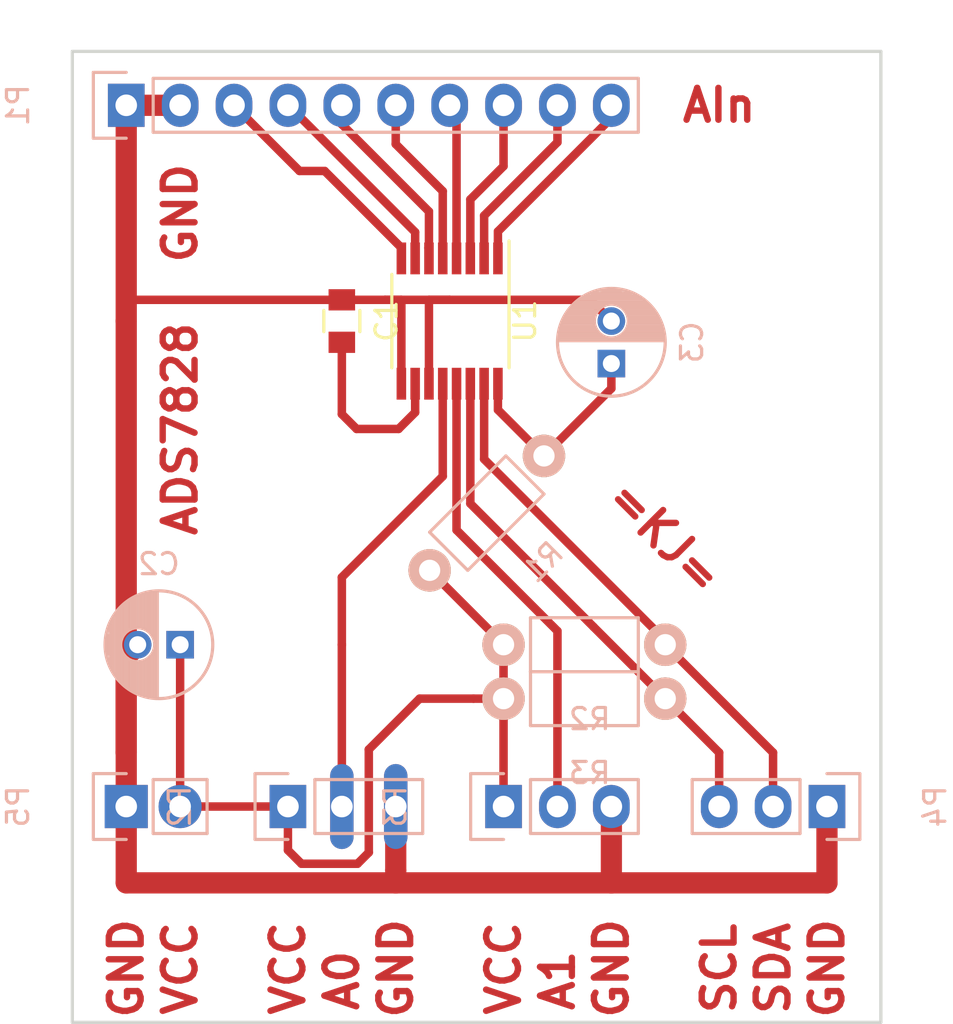
<source format=kicad_pcb>
(kicad_pcb (version 20221018) (generator pcbnew)
  (layers (0 "F.Cu" signal) (31 "B.Cu" signal) (34 "B.Paste" user) (35 "F.Paste" user) (36 "B.SilkS" user "B.Silkscreen") (37 "F.SilkS" user "F.Silkscreen") (38 "B.Mask" user) (39 "F.Mask" user) (44 "Edge.Cuts" user))
  (net 0 "")
  (net 1 "GND")
  (net 2 "Net-(C1-Pad2)")
  (net 3 "VCC")
  (net 4 "Net-(C3-Pad1)")
  (net 5 "Net-(P1-Pad3)")
  (net 6 "Net-(P1-Pad4)")
  (net 7 "Net-(P1-Pad5)")
  (net 8 "Net-(P1-Pad6)")
  (net 9 "Net-(P1-Pad7)")
  (net 10 "Net-(P1-Pad8)")
  (net 11 "/A0")
  (net 12 "/A1")
  (net 13 "/SDA")
  (net 14 "/SCL")
  (net 15 "Net-(P1-Pad9)")
  (net 16 "Net-(P1-Pad10)")
  (footprint "Capacitors_SMD:C_0805" (layer "F.Cu") (at 149.86 111.76 -90)
    (fp_text reference "C1" (at 0 -2.1 270) (layer "F.SilkS"))
    (fp_text value "0.1u")
    (fp_line (start -0.5 0.85) (end 0.5 0.85) (stroke (width 0.15)) (layer "F.SilkS"))
    (fp_line (start 0.5 -0.85) (end -0.5 -0.85) (stroke (width 0.15)) (layer "F.SilkS"))
    (pad "1" smd rect (at -1 0 270) (size 1 1.25) (layers "F.Cu" "F.Paste" "F.Mask") (net 1 "GND"))
    (pad "2" smd rect (at 1 0 270) (size 1 1.25) (layers "F.Cu" "F.Paste" "F.Mask") (net 2 "Net-(C1-Pad2)"))
  )
  (footprint "Housings_SSOP:TSSOP-16_4.4x5mm_Pitch0.65mm" (layer "F.Cu") (at 154.94 111.76 -90)
    (fp_text reference "U1" (at 0 -3.55 270) (layer "F.SilkS"))
    (fp_text value "ADS7828")
    (fp_line (start -3.775 -2.8) (end 2.2 -2.8) (stroke (width 0.15)) (layer "F.SilkS"))
    (fp_line (start -2.2 2.725) (end 2.2 2.725) (stroke (width 0.15)) (layer "F.SilkS"))
    (pad "1" smd rect (at -2.95 -2.275 270) (size 1.5 0.45) (layers "F.Cu" "F.Paste" "F.Mask") (net 16 "Net-(P1-Pad10)"))
    (pad "2" smd rect (at -2.95 -1.625 270) (size 1.5 0.45) (layers "F.Cu" "F.Paste" "F.Mask") (net 15 "Net-(P1-Pad9)"))
    (pad "3" smd rect (at -2.95 -0.975 270) (size 1.5 0.45) (layers "F.Cu" "F.Paste" "F.Mask") (net 10 "Net-(P1-Pad8)"))
    (pad "4" smd rect (at -2.95 -0.325 270) (size 1.5 0.45) (layers "F.Cu" "F.Paste" "F.Mask") (net 9 "Net-(P1-Pad7)"))
    (pad "5" smd rect (at -2.95 0.325 270) (size 1.5 0.45) (layers "F.Cu" "F.Paste" "F.Mask") (net 8 "Net-(P1-Pad6)"))
    (pad "6" smd rect (at -2.95 0.975 270) (size 1.5 0.45) (layers "F.Cu" "F.Paste" "F.Mask") (net 7 "Net-(P1-Pad5)"))
    (pad "7" smd rect (at -2.95 1.625 270) (size 1.5 0.45) (layers "F.Cu" "F.Paste" "F.Mask") (net 6 "Net-(P1-Pad4)"))
    (pad "8" smd rect (at -2.95 2.275 270) (size 1.5 0.45) (layers "F.Cu" "F.Paste" "F.Mask") (net 5 "Net-(P1-Pad3)"))
    (pad "9" smd rect (at 2.95 2.275 270) (size 1.5 0.45) (layers "F.Cu" "F.Paste" "F.Mask") (net 1 "GND"))
    (pad "10" smd rect (at 2.95 1.625 270) (size 1.5 0.45) (layers "F.Cu" "F.Paste" "F.Mask") (net 2 "Net-(C1-Pad2)"))
    (pad "11" smd rect (at 2.95 0.975 270) (size 1.5 0.45) (layers "F.Cu" "F.Paste" "F.Mask") (net 1 "GND"))
    (pad "12" smd rect (at 2.95 0.325 270) (size 1.5 0.45) (layers "F.Cu" "F.Paste" "F.Mask") (net 11 "/A0"))
    (pad "13" smd rect (at 2.95 -0.325 270) (size 1.5 0.45) (layers "F.Cu" "F.Paste" "F.Mask") (net 12 "/A1"))
    (pad "14" smd rect (at 2.95 -0.975 270) (size 1.5 0.45) (layers "F.Cu" "F.Paste" "F.Mask") (net 14 "/SCL"))
    (pad "15" smd rect (at 2.95 -1.625 270) (size 1.5 0.45) (layers "F.Cu" "F.Paste" "F.Mask") (net 13 "/SDA"))
    (pad "16" smd rect (at 2.95 -2.275 270) (size 1.5 0.45) (layers "F.Cu" "F.Paste" "F.Mask") (net 4 "Net-(C3-Pad1)"))
  )
  (footprint "Pin_Headers:Pin_Header_Straight_1x03" (layer "B.Cu") (at 147.32 134.62 -90)
    (fp_text reference "P2" (at 0 5.1 270) (layer "B.SilkS") (effects (justify mirror)))
    (fp_text value "Address 0")
    (fp_line (start -1.55 0) (end -1.55 1.55) (stroke (width 0.15)) (layer "B.SilkS"))
    (fp_line (start -1.55 1.55) (end 1.55 1.55) (stroke (width 0.15)) (layer "B.SilkS"))
    (fp_line (start -1.27 -6.35) (end 1.27 -6.35) (stroke (width 0.15)) (layer "B.SilkS"))
    (fp_line (start -1.27 -1.27) (end -1.27 -6.35) (stroke (width 0.15)) (layer "B.SilkS"))
    (fp_line (start 1.27 -6.35) (end 1.27 -1.27) (stroke (width 0.15)) (layer "B.SilkS"))
    (fp_line (start 1.27 -1.27) (end -1.27 -1.27) (stroke (width 0.15)) (layer "B.SilkS"))
    (fp_line (start 1.55 1.55) (end 1.55 0) (stroke (width 0.15)) (layer "B.SilkS"))
    (pad "1" thru_hole rect (at 0 0 270) (size 2.032 1.7272) (drill 1.016) (layers "*.Cu" "*.Mask") (net 3 "VCC"))
    (pad "2" thru_hole oval (at 0 -2.54 270) (size 4 1.1) (drill 1.016) (layers "*.Cu" "*.Mask") (net 11 "/A0"))
    (pad "3" thru_hole oval (at 0 -5.08 270) (size 4 1.1) (drill 1.016) (layers "*.Cu" "*.Mask") (net 1 "GND"))
  )
  (footprint "Pin_Headers:Pin_Header_Straight_1x03" (layer "B.Cu") (at 157.48 134.62 -90)
    (fp_text reference "P3" (at 0 5.1 270) (layer "B.SilkS") (effects (justify mirror)))
    (fp_text value "Address 1")
    (fp_line (start -1.55 0) (end -1.55 1.55) (stroke (width 0.15)) (layer "B.SilkS"))
    (fp_line (start -1.55 1.55) (end 1.55 1.55) (stroke (width 0.15)) (layer "B.SilkS"))
    (fp_line (start -1.27 -6.35) (end 1.27 -6.35) (stroke (width 0.15)) (layer "B.SilkS"))
    (fp_line (start -1.27 -1.27) (end -1.27 -6.35) (stroke (width 0.15)) (layer "B.SilkS"))
    (fp_line (start 1.27 -6.35) (end 1.27 -1.27) (stroke (width 0.15)) (layer "B.SilkS"))
    (fp_line (start 1.27 -1.27) (end -1.27 -1.27) (stroke (width 0.15)) (layer "B.SilkS"))
    (fp_line (start 1.55 1.55) (end 1.55 0) (stroke (width 0.15)) (layer "B.SilkS"))
    (pad "1" thru_hole rect (at 0 0 270) (size 2.032 1.7272) (drill 1.016) (layers "*.Cu" "*.Mask") (net 3 "VCC"))
    (pad "2" thru_hole oval (at 0 -2.54 270) (size 2.032 1.7272) (drill 1.016) (layers "*.Cu" "*.Mask") (net 12 "/A1"))
    (pad "3" thru_hole oval (at 0 -5.08 270) (size 2.032 1.7272) (drill 1.016) (layers "*.Cu" "*.Mask") (net 1 "GND"))
  )
  (footprint "Pin_Headers:Pin_Header_Straight_1x03" (layer "B.Cu") (at 172.72 134.62 90)
    (fp_text reference "P4" (at 0 5.1 90) (layer "B.SilkS") (effects (justify mirror)))
    (fp_text value "I2C Connector")
    (fp_line (start -1.55 0) (end -1.55 1.55) (stroke (width 0.15)) (layer "B.SilkS"))
    (fp_line (start -1.55 1.55) (end 1.55 1.55) (stroke (width 0.15)) (layer "B.SilkS"))
    (fp_line (start -1.27 -6.35) (end 1.27 -6.35) (stroke (width 0.15)) (layer "B.SilkS"))
    (fp_line (start -1.27 -1.27) (end -1.27 -6.35) (stroke (width 0.15)) (layer "B.SilkS"))
    (fp_line (start 1.27 -6.35) (end 1.27 -1.27) (stroke (width 0.15)) (layer "B.SilkS"))
    (fp_line (start 1.27 -1.27) (end -1.27 -1.27) (stroke (width 0.15)) (layer "B.SilkS"))
    (fp_line (start 1.55 1.55) (end 1.55 0) (stroke (width 0.15)) (layer "B.SilkS"))
    (pad "1" thru_hole rect (at 0 0 90) (size 2.032 1.7272) (drill 1.016) (layers "*.Cu" "*.Mask") (net 1 "GND"))
    (pad "2" thru_hole oval (at 0 -2.54 90) (size 2.032 1.7272) (drill 1.016) (layers "*.Cu" "*.Mask") (net 13 "/SDA"))
    (pad "3" thru_hole oval (at 0 -5.08 90) (size 2.032 1.7272) (drill 1.016) (layers "*.Cu" "*.Mask") (net 14 "/SCL"))
  )
  (footprint "Pin_Headers:Pin_Header_Straight_1x02" (layer "B.Cu") (at 139.7 134.62 -90)
    (fp_text reference "P5" (at 0 5.1 270) (layer "B.SilkS") (effects (justify mirror)))
    (fp_text value "Power Connector")
    (fp_line (start -1.55 0) (end -1.55 1.55) (stroke (width 0.15)) (layer "B.SilkS"))
    (fp_line (start -1.55 1.55) (end 1.55 1.55) (stroke (width 0.15)) (layer "B.SilkS"))
    (fp_line (start -1.27 -3.81) (end 1.27 -3.81) (stroke (width 0.15)) (layer "B.SilkS"))
    (fp_line (start -1.27 -1.27) (end -1.27 -3.81) (stroke (width 0.15)) (layer "B.SilkS"))
    (fp_line (start 1.27 -1.27) (end -1.27 -1.27) (stroke (width 0.15)) (layer "B.SilkS"))
    (fp_line (start 1.27 -1.27) (end 1.27 -3.81) (stroke (width 0.15)) (layer "B.SilkS"))
    (fp_line (start 1.55 1.55) (end 1.55 0) (stroke (width 0.15)) (layer "B.SilkS"))
    (pad "1" thru_hole rect (at 0 0 270) (size 2.032 2.032) (drill 1.016) (layers "*.Cu" "*.Mask") (net 1 "GND"))
    (pad "2" thru_hole oval (at 0 -2.54 270) (size 2.032 2.032) (drill 1.016) (layers "*.Cu" "*.Mask") (net 3 "VCC"))
  )
  (footprint "Resistors_ThroughHole:Resistor_Horizontal_RM7mm" (layer "B.Cu") (at 153.996846 123.498154 45)
    (fp_text reference "R1" (at 4.05892 3.50012 45) (layer "B.SilkS") (effects (justify mirror)))
    (fp_text value "5")
    (fp_line (start 1.27 -1.27) (end 1.27 1.27) (stroke (width 0.15)) (layer "B.SilkS"))
    (fp_line (start 1.27 1.27) (end 6.35 1.27) (stroke (width 0.15)) (layer "B.SilkS"))
    (fp_line (start 6.35 -1.27) (end 1.27 -1.27) (stroke (width 0.15)) (layer "B.SilkS"))
    (fp_line (start 6.35 1.27) (end 6.35 -1.27) (stroke (width 0.15)) (layer "B.SilkS"))
    (pad "1" thru_hole circle (at 0 0 45) (size 1.99898 1.99898) (drill 1.00076) (layers "*.Cu" "*.SilkS" "*.Mask") (net 3 "VCC"))
    (pad "2" thru_hole circle (at 7.62 0 45) (size 1.99898 1.99898) (drill 1.00076) (layers "*.Cu" "*.SilkS" "*.Mask") (net 4 "Net-(C3-Pad1)"))
  )
  (footprint "Resistors_ThroughHole:Resistor_Horizontal_RM7mm" (layer "B.Cu") (at 157.48 127)
    (fp_text reference "R2" (at 4.05892 3.50012) (layer "B.SilkS") (effects (justify mirror)))
    (fp_text value "2K")
    (fp_line (start 1.27 -1.27) (end 1.27 1.27) (stroke (width 0.15)) (layer "B.SilkS"))
    (fp_line (start 1.27 1.27) (end 6.35 1.27) (stroke (width 0.15)) (layer "B.SilkS"))
    (fp_line (start 6.35 -1.27) (end 1.27 -1.27) (stroke (width 0.15)) (layer "B.SilkS"))
    (fp_line (start 6.35 1.27) (end 6.35 -1.27) (stroke (width 0.15)) (layer "B.SilkS"))
    (pad "1" thru_hole circle (at 0 0) (size 1.99898 1.99898) (drill 1.00076) (layers "*.Cu" "*.SilkS" "*.Mask") (net 3 "VCC"))
    (pad "2" thru_hole circle (at 7.62 0) (size 1.99898 1.99898) (drill 1.00076) (layers "*.Cu" "*.SilkS" "*.Mask") (net 13 "/SDA"))
  )
  (footprint "Resistors_ThroughHole:Resistor_Horizontal_RM7mm" (layer "B.Cu") (at 157.48 129.54)
    (fp_text reference "R3" (at 4.05892 3.50012) (layer "B.SilkS") (effects (justify mirror)))
    (fp_text value "2K")
    (fp_line (start 1.27 -1.27) (end 1.27 1.27) (stroke (width 0.15)) (layer "B.SilkS"))
    (fp_line (start 1.27 1.27) (end 6.35 1.27) (stroke (width 0.15)) (layer "B.SilkS"))
    (fp_line (start 6.35 -1.27) (end 1.27 -1.27) (stroke (width 0.15)) (layer "B.SilkS"))
    (fp_line (start 6.35 1.27) (end 6.35 -1.27) (stroke (width 0.15)) (layer "B.SilkS"))
    (pad "1" thru_hole circle (at 0 0) (size 1.99898 1.99898) (drill 1.00076) (layers "*.Cu" "*.SilkS" "*.Mask") (net 3 "VCC"))
    (pad "2" thru_hole circle (at 7.62 0) (size 1.99898 1.99898) (drill 1.00076) (layers "*.Cu" "*.SilkS" "*.Mask") (net 14 "/SCL"))
  )
  (footprint "Capacitors_ThroughHole:C_Radial_D5_L11_P2" (layer "B.Cu") (at 142.24 127 180)
    (fp_text reference "C2" (at 1 3.8 180) (layer "B.SilkS") (effects (justify mirror)))
    (fp_text value "10u")
    (fp_line (start 1.075 2.499) (end 1.075 -2.499) (stroke (width 0.15)) (layer "B.SilkS"))
    (fp_line (start 1.215 -0.154) (end 1.215 -2.491) (stroke (width 0.15)) (layer "B.SilkS"))
    (fp_line (start 1.215 2.491) (end 1.215 0.154) (stroke (width 0.15)) (layer "B.SilkS"))
    (fp_line (start 1.355 -0.473) (end 1.355 -2.475) (stroke (width 0.15)) (layer "B.SilkS"))
    (fp_line (start 1.355 2.475) (end 1.355 0.473) (stroke (width 0.15)) (layer "B.SilkS"))
    (fp_line (start 1.495 -0.62) (end 1.495 -2.451) (stroke (width 0.15)) (layer "B.SilkS"))
    (fp_line (start 1.495 2.451) (end 1.495 0.62) (stroke (width 0.15)) (layer "B.SilkS"))
    (fp_line (start 1.635 -0.712) (end 1.635 -2.418) (stroke (width 0.15)) (layer "B.SilkS"))
    (fp_line (start 1.635 2.418) (end 1.635 0.712) (stroke (width 0.15)) (layer "B.SilkS"))
    (fp_line (start 1.775 -0.768) (end 1.775 -2.377) (stroke (width 0.15)) (layer "B.SilkS"))
    (fp_line (start 1.775 2.377) (end 1.775 0.768) (stroke (width 0.15)) (layer "B.SilkS"))
    (fp_line (start 1.915 -0.795) (end 1.915 -2.327) (stroke (width 0.15)) (layer "B.SilkS"))
    (fp_line (start 1.915 2.327) (end 1.915 0.795) (stroke (width 0.15)) (layer "B.SilkS"))
    (fp_line (start 2.055 -0.798) (end 2.055 -2.266) (stroke (width 0.15)) (layer "B.SilkS"))
    (fp_line (start 2.055 2.266) (end 2.055 0.798) (stroke (width 0.15)) (layer "B.SilkS"))
    (fp_line (start 2.195 -0.776) (end 2.195 -2.196) (stroke (width 0.15)) (layer "B.SilkS"))
    (fp_line (start 2.195 2.196) (end 2.195 0.776) (stroke (width 0.15)) (layer "B.SilkS"))
    (fp_line (start 2.335 -0.726) (end 2.335 -2.114) (stroke (width 0.15)) (layer "B.SilkS"))
    (fp_line (start 2.335 2.114) (end 2.335 0.726) (stroke (width 0.15)) (layer "B.SilkS"))
    (fp_line (start 2.475 -0.644) (end 2.475 -2.019) (stroke (width 0.15)) (layer "B.SilkS"))
    (fp_line (start 2.475 2.019) (end 2.475 0.644) (stroke (width 0.15)) (layer "B.SilkS"))
    (fp_line (start 2.615 -0.512) (end 2.615 -1.908) (stroke (width 0.15)) (layer "B.SilkS"))
    (fp_line (start 2.615 1.908) (end 2.615 0.512) (stroke (width 0.15)) (layer "B.SilkS"))
    (fp_line (start 2.755 -0.265) (end 2.755 -1.78) (stroke (width 0.15)) (layer "B.SilkS"))
    (fp_line (start 2.755 1.78) (end 2.755 0.265) (stroke (width 0.15)) (layer "B.SilkS"))
    (fp_line (start 2.895 1.631) (end 2.895 -1.631) (stroke (width 0.15)) (layer "B.SilkS"))
    (fp_line (start 3.035 1.452) (end 3.035 -1.452) (stroke (width 0.15)) (layer "B.SilkS"))
    (fp_line (start 3.175 1.233) (end 3.175 -1.233) (stroke (width 0.15)) (layer "B.SilkS"))
    (fp_line (start 3.315 0.944) (end 3.315 -0.944) (stroke (width 0.15)) (layer "B.SilkS"))
    (fp_line (start 3.455 0.472) (end 3.455 -0.472) (stroke (width 0.15)) (layer "B.SilkS"))
    (fp_circle (center 1 0) (end 1 2.5375) (stroke (width 0.15)) (fill none) (layer "B.SilkS"))
    (fp_circle (center 2 0) (end 2 0.8) (stroke (width 0.15)) (fill none) (layer "B.SilkS"))
    (pad "1" thru_hole rect (at 0 0 180) (size 1.3 1.3) (drill 0.8) (layers "*.Cu" "*.Mask") (net 3 "VCC"))
    (pad "2" thru_hole circle (at 2 0 180) (size 1.3 1.3) (drill 0.8) (layers "*.Cu" "*.Mask") (net 1 "GND"))
  )
  (footprint "Capacitors_ThroughHole:C_Radial_D5_L11_P2" (layer "B.Cu") (at 162.56 113.76 90)
    (fp_text reference "C3" (at 1 3.8 90) (layer "B.SilkS") (effects (justify mirror)))
    (fp_text value "10u")
    (fp_line (start 1.075 2.499) (end 1.075 -2.499) (stroke (width 0.15)) (layer "B.SilkS"))
    (fp_line (start 1.215 -0.154) (end 1.215 -2.491) (stroke (width 0.15)) (layer "B.SilkS"))
    (fp_line (start 1.215 2.491) (end 1.215 0.154) (stroke (width 0.15)) (layer "B.SilkS"))
    (fp_line (start 1.355 -0.473) (end 1.355 -2.475) (stroke (width 0.15)) (layer "B.SilkS"))
    (fp_line (start 1.355 2.475) (end 1.355 0.473) (stroke (width 0.15)) (layer "B.SilkS"))
    (fp_line (start 1.495 -0.62) (end 1.495 -2.451) (stroke (width 0.15)) (layer "B.SilkS"))
    (fp_line (start 1.495 2.451) (end 1.495 0.62) (stroke (width 0.15)) (layer "B.SilkS"))
    (fp_line (start 1.635 -0.712) (end 1.635 -2.418) (stroke (width 0.15)) (layer "B.SilkS"))
    (fp_line (start 1.635 2.418) (end 1.635 0.712) (stroke (width 0.15)) (layer "B.SilkS"))
    (fp_line (start 1.775 -0.768) (end 1.775 -2.377) (stroke (width 0.15)) (layer "B.SilkS"))
    (fp_line (start 1.775 2.377) (end 1.775 0.768) (stroke (width 0.15)) (layer "B.SilkS"))
    (fp_line (start 1.915 -0.795) (end 1.915 -2.327) (stroke (width 0.15)) (layer "B.SilkS"))
    (fp_line (start 1.915 2.327) (end 1.915 0.795) (stroke (width 0.15)) (layer "B.SilkS"))
    (fp_line (start 2.055 -0.798) (end 2.055 -2.266) (stroke (width 0.15)) (layer "B.SilkS"))
    (fp_line (start 2.055 2.266) (end 2.055 0.798) (stroke (width 0.15)) (layer "B.SilkS"))
    (fp_line (start 2.195 -0.776) (end 2.195 -2.196) (stroke (width 0.15)) (layer "B.SilkS"))
    (fp_line (start 2.195 2.196) (end 2.195 0.776) (stroke (width 0.15)) (layer "B.SilkS"))
    (fp_line (start 2.335 -0.726) (end 2.335 -2.114) (stroke (width 0.15)) (layer "B.SilkS"))
    (fp_line (start 2.335 2.114) (end 2.335 0.726) (stroke (width 0.15)) (layer "B.SilkS"))
    (fp_line (start 2.475 -0.644) (end 2.475 -2.019) (stroke (width 0.15)) (layer "B.SilkS"))
    (fp_line (start 2.475 2.019) (end 2.475 0.644) (stroke (width 0.15)) (layer "B.SilkS"))
    (fp_line (start 2.615 -0.512) (end 2.615 -1.908) (stroke (width 0.15)) (layer "B.SilkS"))
    (fp_line (start 2.615 1.908) (end 2.615 0.512) (stroke (width 0.15)) (layer "B.SilkS"))
    (fp_line (start 2.755 -0.265) (end 2.755 -1.78) (stroke (width 0.15)) (layer "B.SilkS"))
    (fp_line (start 2.755 1.78) (end 2.755 0.265) (stroke (width 0.15)) (layer "B.SilkS"))
    (fp_line (start 2.895 1.631) (end 2.895 -1.631) (stroke (width 0.15)) (layer "B.SilkS"))
    (fp_line (start 3.035 1.452) (end 3.035 -1.452) (stroke (width 0.15)) (layer "B.SilkS"))
    (fp_line (start 3.175 1.233) (end 3.175 -1.233) (stroke (width 0.15)) (layer "B.SilkS"))
    (fp_line (start 3.315 0.944) (end 3.315 -0.944) (stroke (width 0.15)) (layer "B.SilkS"))
    (fp_line (start 3.455 0.472) (end 3.455 -0.472) (stroke (width 0.15)) (layer "B.SilkS"))
    (fp_circle (center 1 0) (end 1 2.5375) (stroke (width 0.15)) (fill none) (layer "B.SilkS"))
    (fp_circle (center 2 0) (end 2 0.8) (stroke (width 0.15)) (fill none) (layer "B.SilkS"))
    (pad "1" thru_hole rect (at 0 0 90) (size 1.3 1.3) (drill 0.8) (layers "*.Cu" "*.Mask") (net 4 "Net-(C3-Pad1)"))
    (pad "2" thru_hole circle (at 2 0 90) (size 1.3 1.3) (drill 0.8) (layers "*.Cu" "*.Mask") (net 1 "GND"))
  )
  (footprint "Pin_Headers:Pin_Header_Straight_1x10" (layer "B.Cu") (at 139.7 101.6 -90)
    (fp_text reference "P1" (at 0 5.1 270) (layer "B.SilkS") (effects (justify mirror)))
    (fp_text value "CONN_01X10")
    (fp_line (start -1.55 0) (end -1.55 1.55) (stroke (width 0.15)) (layer "B.SilkS"))
    (fp_line (start -1.55 1.55) (end 1.55 1.55) (stroke (width 0.15)) (layer "B.SilkS"))
    (fp_line (start -1.27 -24.13) (end -1.27 -1.27) (stroke (width 0.15)) (layer "B.SilkS"))
    (fp_line (start 1.27 -24.13) (end -1.27 -24.13) (stroke (width 0.15)) (layer "B.SilkS"))
    (fp_line (start 1.27 -1.27) (end -1.27 -1.27) (stroke (width 0.15)) (layer "B.SilkS"))
    (fp_line (start 1.27 -1.27) (end 1.27 -24.13) (stroke (width 0.15)) (layer "B.SilkS"))
    (fp_line (start 1.55 1.55) (end 1.55 0) (stroke (width 0.15)) (layer "B.SilkS"))
    (pad "1" thru_hole rect (at 0 0 270) (size 2.032 1.7272) (drill 1.016) (layers "*.Cu" "*.Mask") (net 1 "GND"))
    (pad "2" thru_hole oval (at 0 -2.54 270) (size 2.032 1.7272) (drill 1.016) (layers "*.Cu" "*.Mask") (net 1 "GND"))
    (pad "3" thru_hole oval (at 0 -5.08 270) (size 2.032 1.7272) (drill 1.016) (layers "*.Cu" "*.Mask") (net 5 "Net-(P1-Pad3)"))
    (pad "4" thru_hole oval (at 0 -7.62 270) (size 2.032 1.7272) (drill 1.016) (layers "*.Cu" "*.Mask") (net 6 "Net-(P1-Pad4)"))
    (pad "5" thru_hole oval (at 0 -10.16 270) (size 2.032 1.7272) (drill 1.016) (layers "*.Cu" "*.Mask") (net 7 "Net-(P1-Pad5)"))
    (pad "6" thru_hole oval (at 0 -12.7 270) (size 2.032 1.7272) (drill 1.016) (layers "*.Cu" "*.Mask") (net 8 "Net-(P1-Pad6)"))
    (pad "7" thru_hole oval (at 0 -15.24 270) (size 2.032 1.7272) (drill 1.016) (layers "*.Cu" "*.Mask") (net 9 "Net-(P1-Pad7)"))
    (pad "8" thru_hole oval (at 0 -17.78 270) (size 2.032 1.7272) (drill 1.016) (layers "*.Cu" "*.Mask") (net 10 "Net-(P1-Pad8)"))
    (pad "9" thru_hole oval (at 0 -20.32 270) (size 2.032 1.7272) (drill 1.016) (layers "*.Cu" "*.Mask") (net 15 "Net-(P1-Pad9)"))
    (pad "10" thru_hole oval (at 0 -22.86 270) (size 2.032 1.7272) (drill 1.016) (layers "*.Cu" "*.Mask") (net 16 "Net-(P1-Pad10)"))
  )
  (gr_line (start 175.26 144.78) (end 175.26 99.06) (stroke (width 0.15)) (layer "Edge.Cuts"))
  (gr_line (start 175.26 99.06) (end 137.16 99.06) (stroke (width 0.15)) (layer "Edge.Cuts"))
  (gr_line (start 137.16 144.78) (end 175.26 144.78) (stroke (width 0.15)) (layer "Edge.Cuts"))
  (gr_line (start 137.16 99.06) (end 137.16 144.78) (stroke (width 0.15)) (layer "Edge.Cuts"))
  (gr_text "VCC" (at 142.24 142.24 90) (layer "F.Cu") (effects (font (size 1.5 1.5) (thickness 0.3))))
  (gr_text "VCC" (at 147.32 142.24 90) (layer "F.Cu") (effects (font (size 1.5 1.5) (thickness 0.3))))
  (gr_text "GND" (at 152.4 142.24 90) (layer "F.Cu") (effects (font (size 1.5 1.5) (thickness 0.3))))
  (gr_text "GND" (at 162.56 142.24 90) (layer "F.Cu") (effects (font (size 1.5 1.5) (thickness 0.3))))
  (gr_text "GND" (at 172.72 142.24 90) (layer "F.Cu") (effects (font (size 1.5 1.5) (thickness 0.3))))
  (gr_text "VCC" (at 157.48 142.24 90) (layer "F.Cu") (effects (font (size 1.5 1.5) (thickness 0.3))))
  (gr_text "A1 " (at 160.02 142.24 90) (layer "F.Cu") (effects (font (size 1.5 1.5) (thickness 0.3))))
  (gr_text "A0 " (at 149.86 142.24 90) (layer "F.Cu") (effects (font (size 1.5 1.5) (thickness 0.3))))
  (gr_text "SDA" (at 170.18 142.24 90) (layer "F.Cu") (effects (font (size 1.5 1.5) (thickness 0.3))))
  (gr_text "SCL" (at 167.64 142.24 90) (layer "F.Cu") (effects (font (size 1.5 1.5) (thickness 0.3))))
  (gr_text "=KJ=" (at 165.1 121.92 315) (layer "F.Cu") (effects (font (size 1.5 1.5) (thickness 0.3))))
  (gr_text "GND" (at 142.24 106.68 90) (layer "F.Cu") (effects (font (size 1.5 1.5) (thickness 0.3))))
  (gr_text "AIn" (at 167.64 101.6) (layer "F.Cu") (effects (font (size 1.5 1.5) (thickness 0.3))))
  (gr_text "GND" (at 139.7 142.24 90) (layer "F.Cu") (effects (font (size 1.5 1.5) (thickness 0.3))))
  (gr_text "ADS7828" (at 142.24 116.84 90) (layer "F.Cu") (effects (font (size 1.5 1.5) (thickness 0.3))))
  (segment (start 139.7 111.76) (end 139.7 132.08) (width 1) (layer "F.Cu") (net 1))
  (segment (start 139.7 101.6) (end 139.7 111.76) (width 1) (layer "F.Cu") (net 1))
  (segment (start 152.665 114.71) (end 152.665 110.76) (width 0.4) (layer "F.Cu") (net 1))
  (segment (start 152.4 138.2138) (end 139.7 138.2138) (width 1) (layer "F.Cu") (net 1))
  (segment (start 154.94 110.76) (end 151.892 110.76) (width 0.4) (layer "F.Cu") (net 1))
  (segment (start 162.56 138.2138) (end 152.4 138.2138) (width 1) (layer "F.Cu") (net 1))
  (segment (start 142.24 101.6) (end 139.7 101.6) (width 1) (layer "F.Cu") (net 1))
  (segment (start 139.7 134.62) (end 139.7 132.08) (width 1) (layer "F.Cu") (net 1))
  (segment (start 162.56 134.62) (end 162.56 138.2138) (width 1) (layer "F.Cu") (net 1))
  (segment (start 139.7 138.2138) (end 139.7 134.62) (width 1) (layer "F.Cu") (net 1))
  (segment (start 139.7 127.54) (end 140.24 127) (width 1) (layer "F.Cu") (net 1))
  (segment (start 139.7 110.76) (end 139.7 111.76) (width 0.4) (layer "F.Cu") (net 1))
  (segment (start 139.7 132.08) (end 139.7 127.54) (width 1) (layer "F.Cu") (net 1))
  (segment (start 149.86 110.76) (end 149.735 110.76) (width 0.4) (layer "F.Cu") (net 1))
  (segment (start 152.665 110.76) (end 151.892 110.76) (width 0.4) (layer "F.Cu") (net 1))
  (segment (start 153.965 110.76) (end 154.94 110.76) (width 0.4) (layer "F.Cu") (net 1))
  (segment (start 149.86 110.76) (end 139.7 110.76) (width 0.4) (layer "F.Cu") (net 1))
  (segment (start 172.72 138.2138) (end 162.56 138.2138) (width 1) (layer "F.Cu") (net 1))
  (segment (start 153.965 114.71) (end 153.965 110.76) (width 0.4) (layer "F.Cu") (net 1))
  (segment (start 152.4 134.62) (end 152.4 137.62) (width 1) (layer "F.Cu") (net 1))
  (segment (start 154.94 110.76) (end 161.56 110.76) (width 0.4) (layer "F.Cu") (net 1))
  (segment (start 161.56 110.76) (end 162.56 111.76) (width 0.4) (layer "F.Cu") (net 1))
  (segment (start 152.4 137.62) (end 152.4 138.2138) (width 1) (layer "F.Cu") (net 1))
  (segment (start 172.72 134.62) (end 172.72 138.2138) (width 1) (layer "F.Cu") (net 1))
  (segment (start 151.892 110.76) (end 149.86 110.76) (width 0.4) (layer "F.Cu") (net 1))
  (segment (start 149.86 116.144757) (end 149.86 112.76) (width 0.4) (layer "F.Cu") (net 2))
  (segment (start 153.315 116.058982) (end 152.533982 116.84) (width 0.4) (layer "F.Cu") (net 2))
  (segment (start 153.315 114.71) (end 153.315 116.058982) (width 0.4) (layer "F.Cu") (net 2))
  (segment (start 150.555243 116.84) (end 149.86 116.144757) (width 0.4) (layer "F.Cu") (net 2))
  (segment (start 152.533982 116.84) (end 150.555243 116.84) (width 0.4) (layer "F.Cu") (net 2))
  (segment (start 153.52282 129.54) (end 156.066508 129.54) (width 0.4) (layer "F.Cu") (net 3))
  (segment (start 142.24 134.62) (end 147.32 134.62) (width 0.4) (layer "F.Cu") (net 3))
  (segment (start 147.32 134.62) (end 147.32 136.676593) (width 0.4) (layer "F.Cu") (net 3))
  (segment (start 157.48 126.981308) (end 157.48 127) (width 0.4) (layer "F.Cu") (net 3))
  (segment (start 151.13 131.93282) (end 153.52282 129.54) (width 0.4) (layer "F.Cu") (net 3))
  (segment (start 151.13 136.782661) (end 151.13 131.93282) (width 0.4) (layer "F.Cu") (net 3))
  (segment (start 142.24 134.62) (end 142.24 127) (width 0.4) (layer "F.Cu") (net 3))
  (segment (start 150.598872 137.313789) (end 151.13 136.782661) (width 0.4) (layer "F.Cu") (net 3))
  (segment (start 156.066508 129.54) (end 157.48 129.54) (width 0.4) (layer "F.Cu") (net 3))
  (segment (start 157.48 129.54) (end 157.48 134.62) (width 0.4) (layer "F.Cu") (net 3))
  (segment (start 147.957196 137.313789) (end 150.598872 137.313789) (width 0.4) (layer "F.Cu") (net 3))
  (segment (start 147.32 136.676593) (end 147.957196 137.313789) (width 0.4) (layer "F.Cu") (net 3))
  (segment (start 157.48 127) (end 157.48 129.54) (width 0.4) (layer "F.Cu") (net 3))
  (segment (start 153.996846 123.498154) (end 157.48 126.981308) (width 0.4) (layer "F.Cu") (net 3))
  (segment (start 162.56 114.935) (end 159.385 118.11) (width 0.4) (layer "F.Cu") (net 4))
  (segment (start 157.215 115.94) (end 159.385 118.11) (width 0.4) (layer "F.Cu") (net 4))
  (segment (start 162.56 113.76) (end 162.56 114.935) (width 0.4) (layer "F.Cu") (net 4))
  (segment (start 157.215 114.71) (end 157.215 115.94) (width 0.4) (layer "F.Cu") (net 4))
  (segment (start 149.049476 104.692147) (end 147.864541 104.692147) (width 0.4) (layer "F.Cu") (net 5))
  (segment (start 144.784693 101.612299) (end 144.784693 101.6) (width 0.4) (layer "F.Cu") (net 5))
  (segment (start 147.864541 104.692147) (end 144.784693 101.612299) (width 0.4) (layer "F.Cu") (net 5))
  (segment (start 152.665 108.307671) (end 149.049476 104.692147) (width 0.4) (layer "F.Cu") (net 5))
  (segment (start 152.665 108.81) (end 152.665 108.307671) (width 0.4) (layer "F.Cu") (net 5))
  (segment (start 144.784693 101.6) (end 144.78 101.6) (width 0.4) (layer "F.Cu") (net 5))
  (segment (start 147.341437 101.6) (end 147.32 101.6) (width 0.4) (layer "F.Cu") (net 6))
  (segment (start 153.315 108.81) (end 153.315 107.573563) (width 0.4) (layer "F.Cu") (net 6))
  (segment (start 153.315 107.573563) (end 147.341437 101.6) (width 0.4) (layer "F.Cu") (net 6))
  (segment (start 149.86 102.496009) (end 149.86 101.6) (width 0.4) (layer "F.Cu") (net 7))
  (segment (start 153.965 106.601009) (end 149.86 102.496009) (width 0.4) (layer "F.Cu") (net 7))
  (segment (start 153.965 108.81) (end 153.965 106.601009) (width 0.4) (layer "F.Cu") (net 7))
  (segment (start 153.965 108.29) (end 153.940001 108.314999) (width 0.4) (layer "F.Cu") (net 7))
  (segment (start 154.615 105.64348) (end 152.4 103.42848) (width 0.4) (layer "F.Cu") (net 8))
  (segment (start 152.4 103.42848) (end 152.4 101.6) (width 0.4) (layer "F.Cu") (net 8))
  (segment (start 154.615 108.81) (end 154.615 105.64348) (width 0.4) (layer "F.Cu") (net 8))
  (segment (start 155.265 101.925) (end 154.94 101.6) (width 0.4) (layer "F.Cu") (net 9))
  (segment (start 155.265 108.81) (end 155.265 101.925) (width 0.4) (layer "F.Cu") (net 9))
  (segment (start 155.915 106.031466) (end 157.48 104.466466) (width 0.4) (layer "F.Cu") (net 10))
  (segment (start 155.915 108.81) (end 155.915 106.031466) (width 0.4) (layer "F.Cu") (net 10))
  (segment (start 157.48 104.466466) (end 157.48 101.6) (width 0.4) (layer "F.Cu") (net 10))
  (segment (start 149.86 123.825) (end 149.86 127) (width 0.4) (layer "F.Cu") (net 11))
  (segment (start 149.86 127) (end 149.86 134.62) (width 0.4) (layer "F.Cu") (net 11))
  (segment (start 154.615 119.07) (end 149.86 123.825) (width 0.4) (layer "F.Cu") (net 11))
  (segment (start 154.615 114.71) (end 154.615 119.07) (width 0.4) (layer "F.Cu") (net 11))
  (segment (start 160.02 126.354882) (end 160.02 134.62) (width 0.4) (layer "F.Cu") (net 12))
  (segment (start 155.265 121.599882) (end 160.02 126.354882) (width 0.4) (layer "F.Cu") (net 12))
  (segment (start 155.265 114.71) (end 155.265 121.599882) (width 0.4) (layer "F.Cu") (net 12))
  (segment (start 170.18 132.08) (end 165.1 127) (width 0.4) (layer "F.Cu") (net 13))
  (segment (start 156.565 118.263259) (end 156.565 114.71) (width 0.4) (layer "F.Cu") (net 13))
  (segment (start 170.18 134.62) (end 170.18 132.08) (width 0.4) (layer "F.Cu") (net 13))
  (segment (start 165.1 126.798259) (end 156.565 118.263259) (width 0.4) (layer "F.Cu") (net 13))
  (segment (start 165.1 127) (end 165.1 126.798259) (width 0.4) (layer "F.Cu") (net 13))
  (segment (start 167.64 134.62) (end 167.64 132.08) (width 0.4) (layer "F.Cu") (net 14))
  (segment (start 155.915 114.71) (end 155.915 120.355) (width 0.4) (layer "F.Cu") (net 14))
  (segment (start 155.915 120.355) (end 161.722657 126.162657) (width 0.4) (layer "F.Cu") (net 14))
  (segment (start 161.722657 126.162657) (end 165.1 129.54) (width 0.4) (layer "F.Cu") (net 14))
  (segment (start 167.64 132.08) (end 165.1 129.54) (width 0.4) (layer "F.Cu") (net 14))
  (segment (start 156.565 106.793688) (end 160.02 103.338688) (width 0.4) (layer "F.Cu") (net 15))
  (segment (start 160.02 103.338688) (end 160.02 101.6) (width 0.4) (layer "F.Cu") (net 15))
  (segment (start 156.565 108.81) (end 156.565 106.793688) (width 0.4) (layer "F.Cu") (net 15))
  (segment (start 157.215 108.81) (end 157.215 107.540888) (width 0.4) (layer "F.Cu") (net 16))
  (segment (start 162.56 102.195888) (end 162.56 101.6) (width 0.4) (layer "F.Cu") (net 16))
  (segment (start 157.215 107.540888) (end 162.56 102.195888) (width 0.4) (layer "F.Cu") (net 16))
)
</source>
